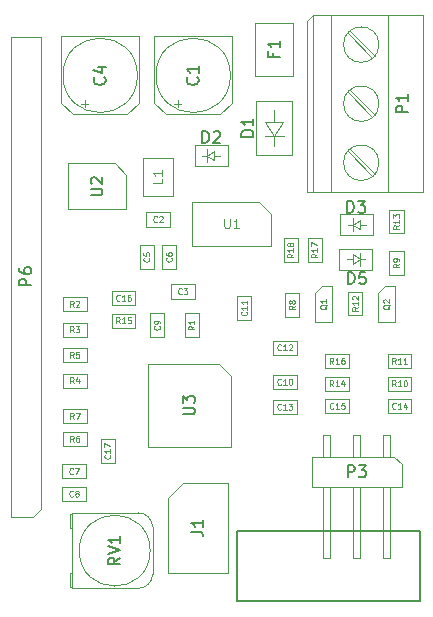
<source format=gbr>
G04 #@! TF.GenerationSoftware,KiCad,Pcbnew,6.0.7-f9a2dced07~116~ubuntu20.04.1*
G04 #@! TF.CreationDate,2023-01-10T10:48:59+01:00*
G04 #@! TF.ProjectId,Td5Gauge_SMD_ESP32,54643547-6175-4676-955f-534d445f4553,rev?*
G04 #@! TF.SameCoordinates,Original*
G04 #@! TF.FileFunction,AssemblyDrawing,Top*
%FSLAX46Y46*%
G04 Gerber Fmt 4.6, Leading zero omitted, Abs format (unit mm)*
G04 Created by KiCad (PCBNEW 6.0.7-f9a2dced07~116~ubuntu20.04.1) date 2023-01-10 10:48:59*
%MOMM*%
%LPD*%
G01*
G04 APERTURE LIST*
%ADD10C,0.150000*%
%ADD11C,0.080000*%
%ADD12C,0.075000*%
%ADD13C,0.120000*%
%ADD14C,0.100000*%
G04 APERTURE END LIST*
D10*
X74072380Y-96647238D02*
X73596190Y-96980571D01*
X74072380Y-97218666D02*
X73072380Y-97218666D01*
X73072380Y-96837714D01*
X73120000Y-96742476D01*
X73167619Y-96694857D01*
X73262857Y-96647238D01*
X73405714Y-96647238D01*
X73500952Y-96694857D01*
X73548571Y-96742476D01*
X73596190Y-96837714D01*
X73596190Y-97218666D01*
X73072380Y-96361523D02*
X74072380Y-96028190D01*
X73072380Y-95694857D01*
X74072380Y-94837714D02*
X74072380Y-95409142D01*
X74072380Y-95123428D02*
X73072380Y-95123428D01*
X73215238Y-95218666D01*
X73310476Y-95313904D01*
X73358095Y-95409142D01*
X66552380Y-73588095D02*
X65552380Y-73588095D01*
X65552380Y-73207142D01*
X65600000Y-73111904D01*
X65647619Y-73064285D01*
X65742857Y-73016666D01*
X65885714Y-73016666D01*
X65980952Y-73064285D01*
X66028571Y-73111904D01*
X66076190Y-73207142D01*
X66076190Y-73588095D01*
X65552380Y-72159523D02*
X65552380Y-72350000D01*
X65600000Y-72445238D01*
X65647619Y-72492857D01*
X65790476Y-72588095D01*
X65980952Y-72635714D01*
X66361904Y-72635714D01*
X66457142Y-72588095D01*
X66504761Y-72540476D01*
X66552380Y-72445238D01*
X66552380Y-72254761D01*
X66504761Y-72159523D01*
X66457142Y-72111904D01*
X66361904Y-72064285D01*
X66123809Y-72064285D01*
X66028571Y-72111904D01*
X65980952Y-72159523D01*
X65933333Y-72254761D01*
X65933333Y-72445238D01*
X65980952Y-72540476D01*
X66028571Y-72588095D01*
X66123809Y-72635714D01*
X80097380Y-94440333D02*
X80811666Y-94440333D01*
X80954523Y-94487952D01*
X81049761Y-94583190D01*
X81097380Y-94726047D01*
X81097380Y-94821285D01*
X81097380Y-93440333D02*
X81097380Y-94011761D01*
X81097380Y-93726047D02*
X80097380Y-93726047D01*
X80240238Y-93821285D01*
X80335476Y-93916523D01*
X80383095Y-94011761D01*
X80621142Y-55983166D02*
X80668761Y-56030785D01*
X80716380Y-56173642D01*
X80716380Y-56268880D01*
X80668761Y-56411738D01*
X80573523Y-56506976D01*
X80478285Y-56554595D01*
X80287809Y-56602214D01*
X80144952Y-56602214D01*
X79954476Y-56554595D01*
X79859238Y-56506976D01*
X79764000Y-56411738D01*
X79716380Y-56268880D01*
X79716380Y-56173642D01*
X79764000Y-56030785D01*
X79811619Y-55983166D01*
X80716380Y-55030785D02*
X80716380Y-55602214D01*
X80716380Y-55316500D02*
X79716380Y-55316500D01*
X79859238Y-55411738D01*
X79954476Y-55506976D01*
X80002095Y-55602214D01*
D11*
X77196166Y-68187071D02*
X77172357Y-68210880D01*
X77100928Y-68234690D01*
X77053309Y-68234690D01*
X76981880Y-68210880D01*
X76934261Y-68163261D01*
X76910452Y-68115642D01*
X76886642Y-68020404D01*
X76886642Y-67948976D01*
X76910452Y-67853738D01*
X76934261Y-67806119D01*
X76981880Y-67758500D01*
X77053309Y-67734690D01*
X77100928Y-67734690D01*
X77172357Y-67758500D01*
X77196166Y-67782309D01*
X77386642Y-67782309D02*
X77410452Y-67758500D01*
X77458071Y-67734690D01*
X77577119Y-67734690D01*
X77624738Y-67758500D01*
X77648547Y-67782309D01*
X77672357Y-67829928D01*
X77672357Y-67877547D01*
X77648547Y-67948976D01*
X77362833Y-68234690D01*
X77672357Y-68234690D01*
D10*
X72747142Y-55983166D02*
X72794761Y-56030785D01*
X72842380Y-56173642D01*
X72842380Y-56268880D01*
X72794761Y-56411738D01*
X72699523Y-56506976D01*
X72604285Y-56554595D01*
X72413809Y-56602214D01*
X72270952Y-56602214D01*
X72080476Y-56554595D01*
X71985238Y-56506976D01*
X71890000Y-56411738D01*
X71842380Y-56268880D01*
X71842380Y-56173642D01*
X71890000Y-56030785D01*
X71937619Y-55983166D01*
X72175714Y-55126023D02*
X72842380Y-55126023D01*
X71794761Y-55364119D02*
X72509047Y-55602214D01*
X72509047Y-54983166D01*
D11*
X78410571Y-71266833D02*
X78434380Y-71290642D01*
X78458190Y-71362071D01*
X78458190Y-71409690D01*
X78434380Y-71481119D01*
X78386761Y-71528738D01*
X78339142Y-71552547D01*
X78243904Y-71576357D01*
X78172476Y-71576357D01*
X78077238Y-71552547D01*
X78029619Y-71528738D01*
X77982000Y-71481119D01*
X77958190Y-71409690D01*
X77958190Y-71362071D01*
X77982000Y-71290642D01*
X78005809Y-71266833D01*
X77958190Y-70838261D02*
X77958190Y-70933500D01*
X77982000Y-70981119D01*
X78005809Y-71004928D01*
X78077238Y-71052547D01*
X78172476Y-71076357D01*
X78362952Y-71076357D01*
X78410571Y-71052547D01*
X78434380Y-71028738D01*
X78458190Y-70981119D01*
X78458190Y-70885880D01*
X78434380Y-70838261D01*
X78410571Y-70814452D01*
X78362952Y-70790642D01*
X78243904Y-70790642D01*
X78196285Y-70814452D01*
X78172476Y-70838261D01*
X78148666Y-70885880D01*
X78148666Y-70981119D01*
X78172476Y-71028738D01*
X78196285Y-71052547D01*
X78243904Y-71076357D01*
X70084166Y-89523071D02*
X70060357Y-89546880D01*
X69988928Y-89570690D01*
X69941309Y-89570690D01*
X69869880Y-89546880D01*
X69822261Y-89499261D01*
X69798452Y-89451642D01*
X69774642Y-89356404D01*
X69774642Y-89284976D01*
X69798452Y-89189738D01*
X69822261Y-89142119D01*
X69869880Y-89094500D01*
X69941309Y-89070690D01*
X69988928Y-89070690D01*
X70060357Y-89094500D01*
X70084166Y-89118309D01*
X70250833Y-89070690D02*
X70584166Y-89070690D01*
X70369880Y-89570690D01*
X77394571Y-77045333D02*
X77418380Y-77069142D01*
X77442190Y-77140571D01*
X77442190Y-77188190D01*
X77418380Y-77259619D01*
X77370761Y-77307238D01*
X77323142Y-77331047D01*
X77227904Y-77354857D01*
X77156476Y-77354857D01*
X77061238Y-77331047D01*
X77013619Y-77307238D01*
X76966000Y-77259619D01*
X76942190Y-77188190D01*
X76942190Y-77140571D01*
X76966000Y-77069142D01*
X76989809Y-77045333D01*
X77442190Y-76807238D02*
X77442190Y-76712000D01*
X77418380Y-76664380D01*
X77394571Y-76640571D01*
X77323142Y-76592952D01*
X77227904Y-76569142D01*
X77037428Y-76569142D01*
X76989809Y-76592952D01*
X76966000Y-76616761D01*
X76942190Y-76664380D01*
X76942190Y-76759619D01*
X76966000Y-76807238D01*
X76989809Y-76831047D01*
X77037428Y-76854857D01*
X77156476Y-76854857D01*
X77204095Y-76831047D01*
X77227904Y-76807238D01*
X77251714Y-76759619D01*
X77251714Y-76664380D01*
X77227904Y-76616761D01*
X77204095Y-76592952D01*
X77156476Y-76569142D01*
X87689571Y-81966571D02*
X87665761Y-81990380D01*
X87594333Y-82014190D01*
X87546714Y-82014190D01*
X87475285Y-81990380D01*
X87427666Y-81942761D01*
X87403857Y-81895142D01*
X87380047Y-81799904D01*
X87380047Y-81728476D01*
X87403857Y-81633238D01*
X87427666Y-81585619D01*
X87475285Y-81538000D01*
X87546714Y-81514190D01*
X87594333Y-81514190D01*
X87665761Y-81538000D01*
X87689571Y-81561809D01*
X88165761Y-82014190D02*
X87880047Y-82014190D01*
X88022904Y-82014190D02*
X88022904Y-81514190D01*
X87975285Y-81585619D01*
X87927666Y-81633238D01*
X87880047Y-81657047D01*
X88475285Y-81514190D02*
X88522904Y-81514190D01*
X88570523Y-81538000D01*
X88594333Y-81561809D01*
X88618142Y-81609428D01*
X88641952Y-81704666D01*
X88641952Y-81823714D01*
X88618142Y-81918952D01*
X88594333Y-81966571D01*
X88570523Y-81990380D01*
X88522904Y-82014190D01*
X88475285Y-82014190D01*
X88427666Y-81990380D01*
X88403857Y-81966571D01*
X88380047Y-81918952D01*
X88356238Y-81823714D01*
X88356238Y-81704666D01*
X88380047Y-81609428D01*
X88403857Y-81561809D01*
X88427666Y-81538000D01*
X88475285Y-81514190D01*
X84760571Y-75835628D02*
X84784380Y-75859438D01*
X84808190Y-75930866D01*
X84808190Y-75978485D01*
X84784380Y-76049914D01*
X84736761Y-76097533D01*
X84689142Y-76121342D01*
X84593904Y-76145152D01*
X84522476Y-76145152D01*
X84427238Y-76121342D01*
X84379619Y-76097533D01*
X84332000Y-76049914D01*
X84308190Y-75978485D01*
X84308190Y-75930866D01*
X84332000Y-75859438D01*
X84355809Y-75835628D01*
X84808190Y-75359438D02*
X84808190Y-75645152D01*
X84808190Y-75502295D02*
X84308190Y-75502295D01*
X84379619Y-75549914D01*
X84427238Y-75597533D01*
X84451047Y-75645152D01*
X84808190Y-74883247D02*
X84808190Y-75168961D01*
X84808190Y-75026104D02*
X84308190Y-75026104D01*
X84379619Y-75073723D01*
X84427238Y-75121342D01*
X84451047Y-75168961D01*
X87689571Y-79045571D02*
X87665761Y-79069380D01*
X87594333Y-79093190D01*
X87546714Y-79093190D01*
X87475285Y-79069380D01*
X87427666Y-79021761D01*
X87403857Y-78974142D01*
X87380047Y-78878904D01*
X87380047Y-78807476D01*
X87403857Y-78712238D01*
X87427666Y-78664619D01*
X87475285Y-78617000D01*
X87546714Y-78593190D01*
X87594333Y-78593190D01*
X87665761Y-78617000D01*
X87689571Y-78640809D01*
X88165761Y-79093190D02*
X87880047Y-79093190D01*
X88022904Y-79093190D02*
X88022904Y-78593190D01*
X87975285Y-78664619D01*
X87927666Y-78712238D01*
X87880047Y-78736047D01*
X88356238Y-78640809D02*
X88380047Y-78617000D01*
X88427666Y-78593190D01*
X88546714Y-78593190D01*
X88594333Y-78617000D01*
X88618142Y-78640809D01*
X88641952Y-78688428D01*
X88641952Y-78736047D01*
X88618142Y-78807476D01*
X88332428Y-79093190D01*
X88641952Y-79093190D01*
X87689571Y-84074771D02*
X87665761Y-84098580D01*
X87594333Y-84122390D01*
X87546714Y-84122390D01*
X87475285Y-84098580D01*
X87427666Y-84050961D01*
X87403857Y-84003342D01*
X87380047Y-83908104D01*
X87380047Y-83836676D01*
X87403857Y-83741438D01*
X87427666Y-83693819D01*
X87475285Y-83646200D01*
X87546714Y-83622390D01*
X87594333Y-83622390D01*
X87665761Y-83646200D01*
X87689571Y-83670009D01*
X88165761Y-84122390D02*
X87880047Y-84122390D01*
X88022904Y-84122390D02*
X88022904Y-83622390D01*
X87975285Y-83693819D01*
X87927666Y-83741438D01*
X87880047Y-83765247D01*
X88332428Y-83622390D02*
X88641952Y-83622390D01*
X88475285Y-83812866D01*
X88546714Y-83812866D01*
X88594333Y-83836676D01*
X88618142Y-83860485D01*
X88641952Y-83908104D01*
X88641952Y-84027152D01*
X88618142Y-84074771D01*
X88594333Y-84098580D01*
X88546714Y-84122390D01*
X88403857Y-84122390D01*
X88356238Y-84098580D01*
X88332428Y-84074771D01*
X97405071Y-83998571D02*
X97381261Y-84022380D01*
X97309833Y-84046190D01*
X97262214Y-84046190D01*
X97190785Y-84022380D01*
X97143166Y-83974761D01*
X97119357Y-83927142D01*
X97095547Y-83831904D01*
X97095547Y-83760476D01*
X97119357Y-83665238D01*
X97143166Y-83617619D01*
X97190785Y-83570000D01*
X97262214Y-83546190D01*
X97309833Y-83546190D01*
X97381261Y-83570000D01*
X97405071Y-83593809D01*
X97881261Y-84046190D02*
X97595547Y-84046190D01*
X97738404Y-84046190D02*
X97738404Y-83546190D01*
X97690785Y-83617619D01*
X97643166Y-83665238D01*
X97595547Y-83689047D01*
X98309833Y-83712857D02*
X98309833Y-84046190D01*
X98190785Y-83522380D02*
X98071738Y-83879523D01*
X98381261Y-83879523D01*
X92134571Y-83998571D02*
X92110761Y-84022380D01*
X92039333Y-84046190D01*
X91991714Y-84046190D01*
X91920285Y-84022380D01*
X91872666Y-83974761D01*
X91848857Y-83927142D01*
X91825047Y-83831904D01*
X91825047Y-83760476D01*
X91848857Y-83665238D01*
X91872666Y-83617619D01*
X91920285Y-83570000D01*
X91991714Y-83546190D01*
X92039333Y-83546190D01*
X92110761Y-83570000D01*
X92134571Y-83593809D01*
X92610761Y-84046190D02*
X92325047Y-84046190D01*
X92467904Y-84046190D02*
X92467904Y-83546190D01*
X92420285Y-83617619D01*
X92372666Y-83665238D01*
X92325047Y-83689047D01*
X93063142Y-83546190D02*
X92825047Y-83546190D01*
X92801238Y-83784285D01*
X92825047Y-83760476D01*
X92872666Y-83736666D01*
X92991714Y-83736666D01*
X93039333Y-83760476D01*
X93063142Y-83784285D01*
X93086952Y-83831904D01*
X93086952Y-83950952D01*
X93063142Y-83998571D01*
X93039333Y-84022380D01*
X92991714Y-84046190D01*
X92872666Y-84046190D01*
X92825047Y-84022380D01*
X92801238Y-83998571D01*
X74037071Y-74854571D02*
X74013261Y-74878380D01*
X73941833Y-74902190D01*
X73894214Y-74902190D01*
X73822785Y-74878380D01*
X73775166Y-74830761D01*
X73751357Y-74783142D01*
X73727547Y-74687904D01*
X73727547Y-74616476D01*
X73751357Y-74521238D01*
X73775166Y-74473619D01*
X73822785Y-74426000D01*
X73894214Y-74402190D01*
X73941833Y-74402190D01*
X74013261Y-74426000D01*
X74037071Y-74449809D01*
X74513261Y-74902190D02*
X74227547Y-74902190D01*
X74370404Y-74902190D02*
X74370404Y-74402190D01*
X74322785Y-74473619D01*
X74275166Y-74521238D01*
X74227547Y-74545047D01*
X74941833Y-74402190D02*
X74846595Y-74402190D01*
X74798976Y-74426000D01*
X74775166Y-74449809D01*
X74727547Y-74521238D01*
X74703738Y-74616476D01*
X74703738Y-74806952D01*
X74727547Y-74854571D01*
X74751357Y-74878380D01*
X74798976Y-74902190D01*
X74894214Y-74902190D01*
X74941833Y-74878380D01*
X74965642Y-74854571D01*
X74989452Y-74806952D01*
X74989452Y-74687904D01*
X74965642Y-74640285D01*
X74941833Y-74616476D01*
X74894214Y-74592666D01*
X74798976Y-74592666D01*
X74751357Y-74616476D01*
X74727547Y-74640285D01*
X74703738Y-74687904D01*
D10*
X85351880Y-60999595D02*
X84351880Y-60999595D01*
X84351880Y-60761500D01*
X84399500Y-60618642D01*
X84494738Y-60523404D01*
X84589976Y-60475785D01*
X84780452Y-60428166D01*
X84923309Y-60428166D01*
X85113785Y-60475785D01*
X85209023Y-60523404D01*
X85304261Y-60618642D01*
X85351880Y-60761500D01*
X85351880Y-60999595D01*
X85351880Y-59475785D02*
X85351880Y-60047214D01*
X85351880Y-59761500D02*
X84351880Y-59761500D01*
X84494738Y-59856738D01*
X84589976Y-59951976D01*
X84637595Y-60047214D01*
X81049904Y-61539380D02*
X81049904Y-60539380D01*
X81288000Y-60539380D01*
X81430857Y-60587000D01*
X81526095Y-60682238D01*
X81573714Y-60777476D01*
X81621333Y-60967952D01*
X81621333Y-61110809D01*
X81573714Y-61301285D01*
X81526095Y-61396523D01*
X81430857Y-61491761D01*
X81288000Y-61539380D01*
X81049904Y-61539380D01*
X82002285Y-60634619D02*
X82049904Y-60587000D01*
X82145142Y-60539380D01*
X82383238Y-60539380D01*
X82478476Y-60587000D01*
X82526095Y-60634619D01*
X82573714Y-60729857D01*
X82573714Y-60825095D01*
X82526095Y-60967952D01*
X81954666Y-61539380D01*
X82573714Y-61539380D01*
X93368904Y-73477380D02*
X93368904Y-72477380D01*
X93607000Y-72477380D01*
X93749857Y-72525000D01*
X93845095Y-72620238D01*
X93892714Y-72715476D01*
X93940333Y-72905952D01*
X93940333Y-73048809D01*
X93892714Y-73239285D01*
X93845095Y-73334523D01*
X93749857Y-73429761D01*
X93607000Y-73477380D01*
X93368904Y-73477380D01*
X94845095Y-72477380D02*
X94368904Y-72477380D01*
X94321285Y-72953571D01*
X94368904Y-72905952D01*
X94464142Y-72858333D01*
X94702238Y-72858333D01*
X94797476Y-72905952D01*
X94845095Y-72953571D01*
X94892714Y-73048809D01*
X94892714Y-73286904D01*
X94845095Y-73382142D01*
X94797476Y-73429761D01*
X94702238Y-73477380D01*
X94464142Y-73477380D01*
X94368904Y-73429761D01*
X94321285Y-73382142D01*
X87050571Y-53927333D02*
X87050571Y-54260666D01*
X87574380Y-54260666D02*
X86574380Y-54260666D01*
X86574380Y-53784476D01*
X87574380Y-52879714D02*
X87574380Y-53451142D01*
X87574380Y-53165428D02*
X86574380Y-53165428D01*
X86717238Y-53260666D01*
X86812476Y-53355904D01*
X86860095Y-53451142D01*
X98432880Y-58951095D02*
X97432880Y-58951095D01*
X97432880Y-58570142D01*
X97480500Y-58474904D01*
X97528119Y-58427285D01*
X97623357Y-58379666D01*
X97766214Y-58379666D01*
X97861452Y-58427285D01*
X97909071Y-58474904D01*
X97956690Y-58570142D01*
X97956690Y-58951095D01*
X98432880Y-57427285D02*
X98432880Y-57998714D01*
X98432880Y-57713000D02*
X97432880Y-57713000D01*
X97575738Y-57808238D01*
X97670976Y-57903476D01*
X97718595Y-57998714D01*
X93368904Y-89836380D02*
X93368904Y-88836380D01*
X93749857Y-88836380D01*
X93845095Y-88884000D01*
X93892714Y-88931619D01*
X93940333Y-89026857D01*
X93940333Y-89169714D01*
X93892714Y-89264952D01*
X93845095Y-89312571D01*
X93749857Y-89360190D01*
X93368904Y-89360190D01*
X94273666Y-88836380D02*
X94892714Y-88836380D01*
X94559380Y-89217333D01*
X94702238Y-89217333D01*
X94797476Y-89264952D01*
X94845095Y-89312571D01*
X94892714Y-89407809D01*
X94892714Y-89645904D01*
X94845095Y-89741142D01*
X94797476Y-89788761D01*
X94702238Y-89836380D01*
X94416523Y-89836380D01*
X94321285Y-89788761D01*
X94273666Y-89741142D01*
D12*
X91586809Y-75231619D02*
X91563000Y-75279238D01*
X91515380Y-75326857D01*
X91443952Y-75398285D01*
X91420142Y-75445904D01*
X91420142Y-75493523D01*
X91539190Y-75469714D02*
X91515380Y-75517333D01*
X91467761Y-75564952D01*
X91372523Y-75588761D01*
X91205857Y-75588761D01*
X91110619Y-75564952D01*
X91063000Y-75517333D01*
X91039190Y-75469714D01*
X91039190Y-75374476D01*
X91063000Y-75326857D01*
X91110619Y-75279238D01*
X91205857Y-75255428D01*
X91372523Y-75255428D01*
X91467761Y-75279238D01*
X91515380Y-75326857D01*
X91539190Y-75374476D01*
X91539190Y-75469714D01*
X91539190Y-74779238D02*
X91539190Y-75064952D01*
X91539190Y-74922095D02*
X91039190Y-74922095D01*
X91110619Y-74969714D01*
X91158238Y-75017333D01*
X91182047Y-75064952D01*
D11*
X70147666Y-77569190D02*
X69981000Y-77331095D01*
X69861952Y-77569190D02*
X69861952Y-77069190D01*
X70052428Y-77069190D01*
X70100047Y-77093000D01*
X70123857Y-77116809D01*
X70147666Y-77164428D01*
X70147666Y-77235857D01*
X70123857Y-77283476D01*
X70100047Y-77307285D01*
X70052428Y-77331095D01*
X69861952Y-77331095D01*
X70314333Y-77069190D02*
X70623857Y-77069190D01*
X70457190Y-77259666D01*
X70528619Y-77259666D01*
X70576238Y-77283476D01*
X70600047Y-77307285D01*
X70623857Y-77354904D01*
X70623857Y-77473952D01*
X70600047Y-77521571D01*
X70576238Y-77545380D01*
X70528619Y-77569190D01*
X70385761Y-77569190D01*
X70338142Y-77545380D01*
X70314333Y-77521571D01*
X70147666Y-79728190D02*
X69981000Y-79490095D01*
X69861952Y-79728190D02*
X69861952Y-79228190D01*
X70052428Y-79228190D01*
X70100047Y-79252000D01*
X70123857Y-79275809D01*
X70147666Y-79323428D01*
X70147666Y-79394857D01*
X70123857Y-79442476D01*
X70100047Y-79466285D01*
X70052428Y-79490095D01*
X69861952Y-79490095D01*
X70600047Y-79228190D02*
X70361952Y-79228190D01*
X70338142Y-79466285D01*
X70361952Y-79442476D01*
X70409571Y-79418666D01*
X70528619Y-79418666D01*
X70576238Y-79442476D01*
X70600047Y-79466285D01*
X70623857Y-79513904D01*
X70623857Y-79632952D01*
X70600047Y-79680571D01*
X70576238Y-79704380D01*
X70528619Y-79728190D01*
X70409571Y-79728190D01*
X70361952Y-79704380D01*
X70338142Y-79680571D01*
X70147666Y-84871690D02*
X69981000Y-84633595D01*
X69861952Y-84871690D02*
X69861952Y-84371690D01*
X70052428Y-84371690D01*
X70100047Y-84395500D01*
X70123857Y-84419309D01*
X70147666Y-84466928D01*
X70147666Y-84538357D01*
X70123857Y-84585976D01*
X70100047Y-84609785D01*
X70052428Y-84633595D01*
X69861952Y-84633595D01*
X70314333Y-84371690D02*
X70647666Y-84371690D01*
X70433380Y-84871690D01*
X88872190Y-75330833D02*
X88634095Y-75497500D01*
X88872190Y-75616547D02*
X88372190Y-75616547D01*
X88372190Y-75426071D01*
X88396000Y-75378452D01*
X88419809Y-75354642D01*
X88467428Y-75330833D01*
X88538857Y-75330833D01*
X88586476Y-75354642D01*
X88610285Y-75378452D01*
X88634095Y-75426071D01*
X88634095Y-75616547D01*
X88586476Y-75045119D02*
X88562666Y-75092738D01*
X88538857Y-75116547D01*
X88491238Y-75140357D01*
X88467428Y-75140357D01*
X88419809Y-75116547D01*
X88396000Y-75092738D01*
X88372190Y-75045119D01*
X88372190Y-74949880D01*
X88396000Y-74902261D01*
X88419809Y-74878452D01*
X88467428Y-74854642D01*
X88491238Y-74854642D01*
X88538857Y-74878452D01*
X88562666Y-74902261D01*
X88586476Y-74949880D01*
X88586476Y-75045119D01*
X88610285Y-75092738D01*
X88634095Y-75116547D01*
X88681714Y-75140357D01*
X88776952Y-75140357D01*
X88824571Y-75116547D01*
X88848380Y-75092738D01*
X88872190Y-75045119D01*
X88872190Y-74949880D01*
X88848380Y-74902261D01*
X88824571Y-74878452D01*
X88776952Y-74854642D01*
X88681714Y-74854642D01*
X88634095Y-74878452D01*
X88610285Y-74902261D01*
X88586476Y-74949880D01*
X97698690Y-71774833D02*
X97460595Y-71941500D01*
X97698690Y-72060547D02*
X97198690Y-72060547D01*
X97198690Y-71870071D01*
X97222500Y-71822452D01*
X97246309Y-71798642D01*
X97293928Y-71774833D01*
X97365357Y-71774833D01*
X97412976Y-71798642D01*
X97436785Y-71822452D01*
X97460595Y-71870071D01*
X97460595Y-72060547D01*
X97698690Y-71536738D02*
X97698690Y-71441500D01*
X97674880Y-71393880D01*
X97651071Y-71370071D01*
X97579642Y-71322452D01*
X97484404Y-71298642D01*
X97293928Y-71298642D01*
X97246309Y-71322452D01*
X97222500Y-71346261D01*
X97198690Y-71393880D01*
X97198690Y-71489119D01*
X97222500Y-71536738D01*
X97246309Y-71560547D01*
X97293928Y-71584357D01*
X97412976Y-71584357D01*
X97460595Y-71560547D01*
X97484404Y-71536738D01*
X97508214Y-71489119D01*
X97508214Y-71393880D01*
X97484404Y-71346261D01*
X97460595Y-71322452D01*
X97412976Y-71298642D01*
X97405071Y-82141190D02*
X97238404Y-81903095D01*
X97119357Y-82141190D02*
X97119357Y-81641190D01*
X97309833Y-81641190D01*
X97357452Y-81665000D01*
X97381261Y-81688809D01*
X97405071Y-81736428D01*
X97405071Y-81807857D01*
X97381261Y-81855476D01*
X97357452Y-81879285D01*
X97309833Y-81903095D01*
X97119357Y-81903095D01*
X97881261Y-82141190D02*
X97595547Y-82141190D01*
X97738404Y-82141190D02*
X97738404Y-81641190D01*
X97690785Y-81712619D01*
X97643166Y-81760238D01*
X97595547Y-81784047D01*
X98190785Y-81641190D02*
X98238404Y-81641190D01*
X98286023Y-81665000D01*
X98309833Y-81688809D01*
X98333642Y-81736428D01*
X98357452Y-81831666D01*
X98357452Y-81950714D01*
X98333642Y-82045952D01*
X98309833Y-82093571D01*
X98286023Y-82117380D01*
X98238404Y-82141190D01*
X98190785Y-82141190D01*
X98143166Y-82117380D01*
X98119357Y-82093571D01*
X98095547Y-82045952D01*
X98071738Y-81950714D01*
X98071738Y-81831666D01*
X98095547Y-81736428D01*
X98119357Y-81688809D01*
X98143166Y-81665000D01*
X98190785Y-81641190D01*
X97405071Y-80236190D02*
X97238404Y-79998095D01*
X97119357Y-80236190D02*
X97119357Y-79736190D01*
X97309833Y-79736190D01*
X97357452Y-79760000D01*
X97381261Y-79783809D01*
X97405071Y-79831428D01*
X97405071Y-79902857D01*
X97381261Y-79950476D01*
X97357452Y-79974285D01*
X97309833Y-79998095D01*
X97119357Y-79998095D01*
X97881261Y-80236190D02*
X97595547Y-80236190D01*
X97738404Y-80236190D02*
X97738404Y-79736190D01*
X97690785Y-79807619D01*
X97643166Y-79855238D01*
X97595547Y-79879047D01*
X98357452Y-80236190D02*
X98071738Y-80236190D01*
X98214595Y-80236190D02*
X98214595Y-79736190D01*
X98166976Y-79807619D01*
X98119357Y-79855238D01*
X98071738Y-79879047D01*
X94206190Y-75441928D02*
X93968095Y-75608595D01*
X94206190Y-75727642D02*
X93706190Y-75727642D01*
X93706190Y-75537166D01*
X93730000Y-75489547D01*
X93753809Y-75465738D01*
X93801428Y-75441928D01*
X93872857Y-75441928D01*
X93920476Y-75465738D01*
X93944285Y-75489547D01*
X93968095Y-75537166D01*
X93968095Y-75727642D01*
X94206190Y-74965738D02*
X94206190Y-75251452D01*
X94206190Y-75108595D02*
X93706190Y-75108595D01*
X93777619Y-75156214D01*
X93825238Y-75203833D01*
X93849047Y-75251452D01*
X93753809Y-74775261D02*
X93730000Y-74751452D01*
X93706190Y-74703833D01*
X93706190Y-74584785D01*
X93730000Y-74537166D01*
X93753809Y-74513357D01*
X93801428Y-74489547D01*
X93849047Y-74489547D01*
X93920476Y-74513357D01*
X94206190Y-74799071D01*
X94206190Y-74489547D01*
X92134571Y-82141190D02*
X91967904Y-81903095D01*
X91848857Y-82141190D02*
X91848857Y-81641190D01*
X92039333Y-81641190D01*
X92086952Y-81665000D01*
X92110761Y-81688809D01*
X92134571Y-81736428D01*
X92134571Y-81807857D01*
X92110761Y-81855476D01*
X92086952Y-81879285D01*
X92039333Y-81903095D01*
X91848857Y-81903095D01*
X92610761Y-82141190D02*
X92325047Y-82141190D01*
X92467904Y-82141190D02*
X92467904Y-81641190D01*
X92420285Y-81712619D01*
X92372666Y-81760238D01*
X92325047Y-81784047D01*
X93039333Y-81807857D02*
X93039333Y-82141190D01*
X92920285Y-81617380D02*
X92801238Y-81974523D01*
X93110761Y-81974523D01*
X74037071Y-76807190D02*
X73870404Y-76569095D01*
X73751357Y-76807190D02*
X73751357Y-76307190D01*
X73941833Y-76307190D01*
X73989452Y-76331000D01*
X74013261Y-76354809D01*
X74037071Y-76402428D01*
X74037071Y-76473857D01*
X74013261Y-76521476D01*
X73989452Y-76545285D01*
X73941833Y-76569095D01*
X73751357Y-76569095D01*
X74513261Y-76807190D02*
X74227547Y-76807190D01*
X74370404Y-76807190D02*
X74370404Y-76307190D01*
X74322785Y-76378619D01*
X74275166Y-76426238D01*
X74227547Y-76450047D01*
X74965642Y-76307190D02*
X74727547Y-76307190D01*
X74703738Y-76545285D01*
X74727547Y-76521476D01*
X74775166Y-76497666D01*
X74894214Y-76497666D01*
X74941833Y-76521476D01*
X74965642Y-76545285D01*
X74989452Y-76592904D01*
X74989452Y-76711952D01*
X74965642Y-76759571D01*
X74941833Y-76783380D01*
X74894214Y-76807190D01*
X74775166Y-76807190D01*
X74727547Y-76783380D01*
X74703738Y-76759571D01*
X92134571Y-80236190D02*
X91967904Y-79998095D01*
X91848857Y-80236190D02*
X91848857Y-79736190D01*
X92039333Y-79736190D01*
X92086952Y-79760000D01*
X92110761Y-79783809D01*
X92134571Y-79831428D01*
X92134571Y-79902857D01*
X92110761Y-79950476D01*
X92086952Y-79974285D01*
X92039333Y-79998095D01*
X91848857Y-79998095D01*
X92610761Y-80236190D02*
X92325047Y-80236190D01*
X92467904Y-80236190D02*
X92467904Y-79736190D01*
X92420285Y-79807619D01*
X92372666Y-79855238D01*
X92325047Y-79879047D01*
X93039333Y-79736190D02*
X92944095Y-79736190D01*
X92896476Y-79760000D01*
X92872666Y-79783809D01*
X92825047Y-79855238D01*
X92801238Y-79950476D01*
X92801238Y-80140952D01*
X92825047Y-80188571D01*
X92848857Y-80212380D01*
X92896476Y-80236190D01*
X92991714Y-80236190D01*
X93039333Y-80212380D01*
X93063142Y-80188571D01*
X93086952Y-80140952D01*
X93086952Y-80021904D01*
X93063142Y-79974285D01*
X93039333Y-79950476D01*
X92991714Y-79926666D01*
X92896476Y-79926666D01*
X92848857Y-79950476D01*
X92825047Y-79974285D01*
X92801238Y-80021904D01*
X90777190Y-70933428D02*
X90539095Y-71100095D01*
X90777190Y-71219142D02*
X90277190Y-71219142D01*
X90277190Y-71028666D01*
X90301000Y-70981047D01*
X90324809Y-70957238D01*
X90372428Y-70933428D01*
X90443857Y-70933428D01*
X90491476Y-70957238D01*
X90515285Y-70981047D01*
X90539095Y-71028666D01*
X90539095Y-71219142D01*
X90777190Y-70457238D02*
X90777190Y-70742952D01*
X90777190Y-70600095D02*
X90277190Y-70600095D01*
X90348619Y-70647714D01*
X90396238Y-70695333D01*
X90420047Y-70742952D01*
X90277190Y-70290571D02*
X90277190Y-69957238D01*
X90777190Y-70171523D01*
X88745190Y-70933428D02*
X88507095Y-71100095D01*
X88745190Y-71219142D02*
X88245190Y-71219142D01*
X88245190Y-71028666D01*
X88269000Y-70981047D01*
X88292809Y-70957238D01*
X88340428Y-70933428D01*
X88411857Y-70933428D01*
X88459476Y-70957238D01*
X88483285Y-70981047D01*
X88507095Y-71028666D01*
X88507095Y-71219142D01*
X88745190Y-70457238D02*
X88745190Y-70742952D01*
X88745190Y-70600095D02*
X88245190Y-70600095D01*
X88316619Y-70647714D01*
X88364238Y-70695333D01*
X88388047Y-70742952D01*
X88459476Y-70171523D02*
X88435666Y-70219142D01*
X88411857Y-70242952D01*
X88364238Y-70266761D01*
X88340428Y-70266761D01*
X88292809Y-70242952D01*
X88269000Y-70219142D01*
X88245190Y-70171523D01*
X88245190Y-70076285D01*
X88269000Y-70028666D01*
X88292809Y-70004857D01*
X88340428Y-69981047D01*
X88364238Y-69981047D01*
X88411857Y-70004857D01*
X88435666Y-70028666D01*
X88459476Y-70076285D01*
X88459476Y-70171523D01*
X88483285Y-70219142D01*
X88507095Y-70242952D01*
X88554714Y-70266761D01*
X88649952Y-70266761D01*
X88697571Y-70242952D01*
X88721380Y-70219142D01*
X88745190Y-70171523D01*
X88745190Y-70076285D01*
X88721380Y-70028666D01*
X88697571Y-70004857D01*
X88649952Y-69981047D01*
X88554714Y-69981047D01*
X88507095Y-70004857D01*
X88483285Y-70028666D01*
X88459476Y-70076285D01*
D13*
X82892976Y-67951404D02*
X82892976Y-68599023D01*
X82931071Y-68675214D01*
X82969166Y-68713309D01*
X83045357Y-68751404D01*
X83197738Y-68751404D01*
X83273928Y-68713309D01*
X83312023Y-68675214D01*
X83350119Y-68599023D01*
X83350119Y-67951404D01*
X84150119Y-68751404D02*
X83692976Y-68751404D01*
X83921547Y-68751404D02*
X83921547Y-67951404D01*
X83845357Y-68065690D01*
X83769166Y-68141880D01*
X83692976Y-68179976D01*
D10*
X71599333Y-65961166D02*
X72392666Y-65961166D01*
X72486000Y-65914500D01*
X72532666Y-65867833D01*
X72579333Y-65774500D01*
X72579333Y-65587833D01*
X72532666Y-65494500D01*
X72486000Y-65447833D01*
X72392666Y-65401166D01*
X71599333Y-65401166D01*
X71692666Y-64981166D02*
X71646000Y-64934500D01*
X71599333Y-64841166D01*
X71599333Y-64607833D01*
X71646000Y-64514500D01*
X71692666Y-64467833D01*
X71786000Y-64421166D01*
X71879333Y-64421166D01*
X72019333Y-64467833D01*
X72579333Y-65027833D01*
X72579333Y-64421166D01*
X79398880Y-84518404D02*
X80208404Y-84518404D01*
X80303642Y-84470785D01*
X80351261Y-84423166D01*
X80398880Y-84327928D01*
X80398880Y-84137452D01*
X80351261Y-84042214D01*
X80303642Y-83994595D01*
X80208404Y-83946976D01*
X79398880Y-83946976D01*
X79398880Y-83566023D02*
X79398880Y-82946976D01*
X79779833Y-83280309D01*
X79779833Y-83137452D01*
X79827452Y-83042214D01*
X79875071Y-82994595D01*
X79970309Y-82946976D01*
X80208404Y-82946976D01*
X80303642Y-82994595D01*
X80351261Y-83042214D01*
X80398880Y-83137452D01*
X80398880Y-83423166D01*
X80351261Y-83518404D01*
X80303642Y-83566023D01*
D12*
X96920809Y-75231619D02*
X96897000Y-75279238D01*
X96849380Y-75326857D01*
X96777952Y-75398285D01*
X96754142Y-75445904D01*
X96754142Y-75493523D01*
X96873190Y-75469714D02*
X96849380Y-75517333D01*
X96801761Y-75564952D01*
X96706523Y-75588761D01*
X96539857Y-75588761D01*
X96444619Y-75564952D01*
X96397000Y-75517333D01*
X96373190Y-75469714D01*
X96373190Y-75374476D01*
X96397000Y-75326857D01*
X96444619Y-75279238D01*
X96539857Y-75255428D01*
X96706523Y-75255428D01*
X96801761Y-75279238D01*
X96849380Y-75326857D01*
X96873190Y-75374476D01*
X96873190Y-75469714D01*
X96420809Y-75064952D02*
X96397000Y-75041142D01*
X96373190Y-74993523D01*
X96373190Y-74874476D01*
X96397000Y-74826857D01*
X96420809Y-74803047D01*
X96468428Y-74779238D01*
X96516047Y-74779238D01*
X96587476Y-74803047D01*
X96873190Y-75088761D01*
X96873190Y-74779238D01*
D13*
X77641404Y-64547733D02*
X77641404Y-64928685D01*
X76841404Y-64928685D01*
X77641404Y-63862019D02*
X77641404Y-64319161D01*
X77641404Y-64090590D02*
X76841404Y-64090590D01*
X76955690Y-64166780D01*
X77031880Y-64242971D01*
X77069976Y-64319161D01*
D11*
X76505571Y-71266833D02*
X76529380Y-71290642D01*
X76553190Y-71362071D01*
X76553190Y-71409690D01*
X76529380Y-71481119D01*
X76481761Y-71528738D01*
X76434142Y-71552547D01*
X76338904Y-71576357D01*
X76267476Y-71576357D01*
X76172238Y-71552547D01*
X76124619Y-71528738D01*
X76077000Y-71481119D01*
X76053190Y-71409690D01*
X76053190Y-71362071D01*
X76077000Y-71290642D01*
X76100809Y-71266833D01*
X76053190Y-70814452D02*
X76053190Y-71052547D01*
X76291285Y-71076357D01*
X76267476Y-71052547D01*
X76243666Y-71004928D01*
X76243666Y-70885880D01*
X76267476Y-70838261D01*
X76291285Y-70814452D01*
X76338904Y-70790642D01*
X76457952Y-70790642D01*
X76505571Y-70814452D01*
X76529380Y-70838261D01*
X76553190Y-70885880D01*
X76553190Y-71004928D01*
X76529380Y-71052547D01*
X76505571Y-71076357D01*
X73203571Y-87951428D02*
X73227380Y-87975238D01*
X73251190Y-88046666D01*
X73251190Y-88094285D01*
X73227380Y-88165714D01*
X73179761Y-88213333D01*
X73132142Y-88237142D01*
X73036904Y-88260952D01*
X72965476Y-88260952D01*
X72870238Y-88237142D01*
X72822619Y-88213333D01*
X72775000Y-88165714D01*
X72751190Y-88094285D01*
X72751190Y-88046666D01*
X72775000Y-87975238D01*
X72798809Y-87951428D01*
X73251190Y-87475238D02*
X73251190Y-87760952D01*
X73251190Y-87618095D02*
X72751190Y-87618095D01*
X72822619Y-87665714D01*
X72870238Y-87713333D01*
X72894047Y-87760952D01*
X72751190Y-87308571D02*
X72751190Y-86975238D01*
X73251190Y-87189523D01*
D10*
X93305404Y-67444880D02*
X93305404Y-66444880D01*
X93543500Y-66444880D01*
X93686357Y-66492500D01*
X93781595Y-66587738D01*
X93829214Y-66682976D01*
X93876833Y-66873452D01*
X93876833Y-67016309D01*
X93829214Y-67206785D01*
X93781595Y-67302023D01*
X93686357Y-67397261D01*
X93543500Y-67444880D01*
X93305404Y-67444880D01*
X94210166Y-66444880D02*
X94829214Y-66444880D01*
X94495880Y-66825833D01*
X94638738Y-66825833D01*
X94733976Y-66873452D01*
X94781595Y-66921071D01*
X94829214Y-67016309D01*
X94829214Y-67254404D01*
X94781595Y-67349642D01*
X94733976Y-67397261D01*
X94638738Y-67444880D01*
X94353023Y-67444880D01*
X94257785Y-67397261D01*
X94210166Y-67349642D01*
D11*
X70147666Y-81887190D02*
X69981000Y-81649095D01*
X69861952Y-81887190D02*
X69861952Y-81387190D01*
X70052428Y-81387190D01*
X70100047Y-81411000D01*
X70123857Y-81434809D01*
X70147666Y-81482428D01*
X70147666Y-81553857D01*
X70123857Y-81601476D01*
X70100047Y-81625285D01*
X70052428Y-81649095D01*
X69861952Y-81649095D01*
X70576238Y-81553857D02*
X70576238Y-81887190D01*
X70457190Y-81363380D02*
X70338142Y-81720523D01*
X70647666Y-81720523D01*
X70147666Y-86840190D02*
X69981000Y-86602095D01*
X69861952Y-86840190D02*
X69861952Y-86340190D01*
X70052428Y-86340190D01*
X70100047Y-86364000D01*
X70123857Y-86387809D01*
X70147666Y-86435428D01*
X70147666Y-86506857D01*
X70123857Y-86554476D01*
X70100047Y-86578285D01*
X70052428Y-86602095D01*
X69861952Y-86602095D01*
X70576238Y-86340190D02*
X70481000Y-86340190D01*
X70433380Y-86364000D01*
X70409571Y-86387809D01*
X70361952Y-86459238D01*
X70338142Y-86554476D01*
X70338142Y-86744952D01*
X70361952Y-86792571D01*
X70385761Y-86816380D01*
X70433380Y-86840190D01*
X70528619Y-86840190D01*
X70576238Y-86816380D01*
X70600047Y-86792571D01*
X70623857Y-86744952D01*
X70623857Y-86625904D01*
X70600047Y-86578285D01*
X70576238Y-86554476D01*
X70528619Y-86530666D01*
X70433380Y-86530666D01*
X70385761Y-86554476D01*
X70361952Y-86578285D01*
X70338142Y-86625904D01*
X79291666Y-74283071D02*
X79267857Y-74306880D01*
X79196428Y-74330690D01*
X79148809Y-74330690D01*
X79077380Y-74306880D01*
X79029761Y-74259261D01*
X79005952Y-74211642D01*
X78982142Y-74116404D01*
X78982142Y-74044976D01*
X79005952Y-73949738D01*
X79029761Y-73902119D01*
X79077380Y-73854500D01*
X79148809Y-73830690D01*
X79196428Y-73830690D01*
X79267857Y-73854500D01*
X79291666Y-73878309D01*
X79458333Y-73830690D02*
X79767857Y-73830690D01*
X79601190Y-74021166D01*
X79672619Y-74021166D01*
X79720238Y-74044976D01*
X79744047Y-74068785D01*
X79767857Y-74116404D01*
X79767857Y-74235452D01*
X79744047Y-74283071D01*
X79720238Y-74306880D01*
X79672619Y-74330690D01*
X79529761Y-74330690D01*
X79482142Y-74306880D01*
X79458333Y-74283071D01*
X80363190Y-77045333D02*
X80125095Y-77212000D01*
X80363190Y-77331047D02*
X79863190Y-77331047D01*
X79863190Y-77140571D01*
X79887000Y-77092952D01*
X79910809Y-77069142D01*
X79958428Y-77045333D01*
X80029857Y-77045333D01*
X80077476Y-77069142D01*
X80101285Y-77092952D01*
X80125095Y-77140571D01*
X80125095Y-77331047D01*
X80363190Y-76569142D02*
X80363190Y-76854857D01*
X80363190Y-76712000D02*
X79863190Y-76712000D01*
X79934619Y-76759619D01*
X79982238Y-76807238D01*
X80006047Y-76854857D01*
X70084166Y-91428071D02*
X70060357Y-91451880D01*
X69988928Y-91475690D01*
X69941309Y-91475690D01*
X69869880Y-91451880D01*
X69822261Y-91404261D01*
X69798452Y-91356642D01*
X69774642Y-91261404D01*
X69774642Y-91189976D01*
X69798452Y-91094738D01*
X69822261Y-91047119D01*
X69869880Y-90999500D01*
X69941309Y-90975690D01*
X69988928Y-90975690D01*
X70060357Y-90999500D01*
X70084166Y-91023309D01*
X70369880Y-91189976D02*
X70322261Y-91166166D01*
X70298452Y-91142357D01*
X70274642Y-91094738D01*
X70274642Y-91070928D01*
X70298452Y-91023309D01*
X70322261Y-90999500D01*
X70369880Y-90975690D01*
X70465119Y-90975690D01*
X70512738Y-90999500D01*
X70536547Y-91023309D01*
X70560357Y-91070928D01*
X70560357Y-91094738D01*
X70536547Y-91142357D01*
X70512738Y-91166166D01*
X70465119Y-91189976D01*
X70369880Y-91189976D01*
X70322261Y-91213785D01*
X70298452Y-91237595D01*
X70274642Y-91285214D01*
X70274642Y-91380452D01*
X70298452Y-91428071D01*
X70322261Y-91451880D01*
X70369880Y-91475690D01*
X70465119Y-91475690D01*
X70512738Y-91451880D01*
X70536547Y-91428071D01*
X70560357Y-91380452D01*
X70560357Y-91285214D01*
X70536547Y-91237595D01*
X70512738Y-91213785D01*
X70465119Y-91189976D01*
X70147666Y-75410190D02*
X69981000Y-75172095D01*
X69861952Y-75410190D02*
X69861952Y-74910190D01*
X70052428Y-74910190D01*
X70100047Y-74934000D01*
X70123857Y-74957809D01*
X70147666Y-75005428D01*
X70147666Y-75076857D01*
X70123857Y-75124476D01*
X70100047Y-75148285D01*
X70052428Y-75172095D01*
X69861952Y-75172095D01*
X70338142Y-74957809D02*
X70361952Y-74934000D01*
X70409571Y-74910190D01*
X70528619Y-74910190D01*
X70576238Y-74934000D01*
X70600047Y-74957809D01*
X70623857Y-75005428D01*
X70623857Y-75053047D01*
X70600047Y-75124476D01*
X70314333Y-75410190D01*
X70623857Y-75410190D01*
X97698690Y-68520428D02*
X97460595Y-68687095D01*
X97698690Y-68806142D02*
X97198690Y-68806142D01*
X97198690Y-68615666D01*
X97222500Y-68568047D01*
X97246309Y-68544238D01*
X97293928Y-68520428D01*
X97365357Y-68520428D01*
X97412976Y-68544238D01*
X97436785Y-68568047D01*
X97460595Y-68615666D01*
X97460595Y-68806142D01*
X97698690Y-68044238D02*
X97698690Y-68329952D01*
X97698690Y-68187095D02*
X97198690Y-68187095D01*
X97270119Y-68234714D01*
X97317738Y-68282333D01*
X97341547Y-68329952D01*
X97198690Y-67877571D02*
X97198690Y-67568047D01*
X97389166Y-67734714D01*
X97389166Y-67663285D01*
X97412976Y-67615666D01*
X97436785Y-67591857D01*
X97484404Y-67568047D01*
X97603452Y-67568047D01*
X97651071Y-67591857D01*
X97674880Y-67615666D01*
X97698690Y-67663285D01*
X97698690Y-67806142D01*
X97674880Y-67853761D01*
X97651071Y-67877571D01*
D14*
X69820000Y-94152000D02*
X70020000Y-94152000D01*
X70020000Y-99152000D02*
X69820000Y-99152000D01*
X70020000Y-92952000D02*
X69820000Y-92952000D01*
X76820000Y-98052000D02*
X76820000Y-94052000D01*
X75620000Y-92852000D02*
X70020000Y-92852000D01*
X69820000Y-92952000D02*
X69820000Y-94142000D01*
X69820000Y-97952000D02*
X70020000Y-97952000D01*
X70020000Y-92852000D02*
X70020000Y-99252000D01*
X69820000Y-99152000D02*
X69820000Y-97952000D01*
X75620000Y-99252000D02*
X70020000Y-99252000D01*
X75620000Y-99252000D02*
G75*
G03*
X76820000Y-98052000I0J1200000D01*
G01*
X76820000Y-94052000D02*
G75*
G03*
X75620000Y-92852000I-1200000J0D01*
G01*
X76620000Y-96052000D02*
G75*
G03*
X76620000Y-96052000I-3000000J0D01*
G01*
X64830000Y-52530000D02*
X67370000Y-52530000D01*
X67370000Y-92535000D02*
X66735000Y-93170000D01*
X64830000Y-93170000D02*
X64830000Y-52530000D01*
X66735000Y-93170000D02*
X64830000Y-93170000D01*
X67370000Y-52530000D02*
X67370000Y-92535000D01*
X79375000Y-90297000D02*
X83185000Y-90297000D01*
X83185000Y-90297000D02*
X83185000Y-97917000D01*
X78105000Y-97917000D02*
X78105000Y-91567000D01*
X83185000Y-97917000D02*
X78105000Y-97917000D01*
X78105000Y-91567000D02*
X79375000Y-90297000D01*
X77964000Y-59116500D02*
X82564000Y-59116500D01*
X83564000Y-58116500D02*
X83564000Y-52516500D01*
X76964000Y-58116500D02*
X76964000Y-52516500D01*
X78619000Y-58206338D02*
X79249000Y-58206338D01*
X77964000Y-59116500D02*
X76964000Y-58116500D01*
X76964000Y-52516500D02*
X83564000Y-52516500D01*
X82564000Y-59116500D02*
X83564000Y-58116500D01*
X78934000Y-58521338D02*
X78934000Y-57891338D01*
X83414000Y-55816500D02*
G75*
G03*
X83414000Y-55816500I-3150000J0D01*
G01*
X76279500Y-67383500D02*
X78279500Y-67383500D01*
X78279500Y-67383500D02*
X78279500Y-68633500D01*
X78279500Y-68633500D02*
X76279500Y-68633500D01*
X76279500Y-68633500D02*
X76279500Y-67383500D01*
X69090000Y-52516500D02*
X75690000Y-52516500D01*
X70090000Y-59116500D02*
X69090000Y-58116500D01*
X75690000Y-58116500D02*
X75690000Y-52516500D01*
X74690000Y-59116500D02*
X75690000Y-58116500D01*
X71060000Y-58521338D02*
X71060000Y-57891338D01*
X70745000Y-58206338D02*
X71375000Y-58206338D01*
X70090000Y-59116500D02*
X74690000Y-59116500D01*
X69090000Y-58116500D02*
X69090000Y-52516500D01*
X75540000Y-55816500D02*
G75*
G03*
X75540000Y-55816500I-3150000J0D01*
G01*
X77632000Y-70183500D02*
X78832000Y-70183500D01*
X77632000Y-72183500D02*
X77632000Y-70183500D01*
X78832000Y-70183500D02*
X78832000Y-72183500D01*
X78832000Y-72183500D02*
X77632000Y-72183500D01*
X71167500Y-88744500D02*
X71167500Y-89944500D01*
X69167500Y-88744500D02*
X71167500Y-88744500D01*
X69167500Y-89944500D02*
X69167500Y-88744500D01*
X71167500Y-89944500D02*
X69167500Y-89944500D01*
X77816000Y-75962000D02*
X77816000Y-77962000D01*
X77816000Y-77962000D02*
X76616000Y-77962000D01*
X76616000Y-75962000D02*
X77816000Y-75962000D01*
X76616000Y-77962000D02*
X76616000Y-75962000D01*
X89011000Y-81188000D02*
X89011000Y-82388000D01*
X87011000Y-82388000D02*
X87011000Y-81188000D01*
X87011000Y-81188000D02*
X89011000Y-81188000D01*
X89011000Y-82388000D02*
X87011000Y-82388000D01*
X83982000Y-76514200D02*
X83982000Y-74514200D01*
X83982000Y-74514200D02*
X85182000Y-74514200D01*
X85182000Y-76514200D02*
X83982000Y-76514200D01*
X85182000Y-74514200D02*
X85182000Y-76514200D01*
X87011000Y-78267000D02*
X89011000Y-78267000D01*
X87011000Y-79467000D02*
X87011000Y-78267000D01*
X89011000Y-78267000D02*
X89011000Y-79467000D01*
X89011000Y-79467000D02*
X87011000Y-79467000D01*
X87011000Y-84496200D02*
X87011000Y-83296200D01*
X89011000Y-83296200D02*
X89011000Y-84496200D01*
X89011000Y-84496200D02*
X87011000Y-84496200D01*
X87011000Y-83296200D02*
X89011000Y-83296200D01*
X98726500Y-83220000D02*
X98726500Y-84420000D01*
X96726500Y-84420000D02*
X96726500Y-83220000D01*
X96726500Y-83220000D02*
X98726500Y-83220000D01*
X98726500Y-84420000D02*
X96726500Y-84420000D01*
X91456000Y-84420000D02*
X91456000Y-83220000D01*
X91456000Y-83220000D02*
X93456000Y-83220000D01*
X93456000Y-84420000D02*
X91456000Y-84420000D01*
X93456000Y-83220000D02*
X93456000Y-84420000D01*
X73358500Y-75276000D02*
X73358500Y-74076000D01*
X73358500Y-74076000D02*
X75358500Y-74076000D01*
X75358500Y-75276000D02*
X73358500Y-75276000D01*
X75358500Y-74076000D02*
X75358500Y-75276000D01*
X87123020Y-60910940D02*
X87123020Y-61812640D01*
X87123020Y-60910940D02*
X86322920Y-59760320D01*
X85622000Y-57961500D02*
X85622000Y-62561500D01*
X87123020Y-60910940D02*
X87872320Y-59760320D01*
X88622000Y-62561500D02*
X85622000Y-62561500D01*
X86322920Y-60910940D02*
X87923120Y-60910940D01*
X85622000Y-57961500D02*
X88622000Y-57961500D01*
X88622000Y-57961500D02*
X88622000Y-62561500D01*
X87123020Y-59760320D02*
X87123020Y-58762100D01*
X87872320Y-59760320D02*
X86322920Y-59760320D01*
X80388000Y-61711000D02*
X83188000Y-61711000D01*
X82038000Y-63011000D02*
X81438000Y-62611000D01*
X82038000Y-62211000D02*
X82038000Y-63011000D01*
X81038000Y-62611000D02*
X81438000Y-62611000D01*
X81438000Y-62611000D02*
X81438000Y-62061000D01*
X81438000Y-62611000D02*
X81438000Y-63161000D01*
X82038000Y-62611000D02*
X82538000Y-62611000D01*
X83188000Y-63511000D02*
X80388000Y-63511000D01*
X83188000Y-61711000D02*
X83188000Y-63511000D01*
X81438000Y-62611000D02*
X82038000Y-62211000D01*
X80388000Y-63511000D02*
X80388000Y-61711000D01*
X95443500Y-70474000D02*
X95443500Y-72274000D01*
X92643500Y-70474000D02*
X95443500Y-70474000D01*
X93793500Y-71374000D02*
X93293500Y-71374000D01*
X94793500Y-71374000D02*
X94393500Y-71374000D01*
X92643500Y-72274000D02*
X92643500Y-70474000D01*
X93793500Y-70974000D02*
X94393500Y-71374000D01*
X94393500Y-71374000D02*
X93793500Y-71774000D01*
X94393500Y-71374000D02*
X94393500Y-70824000D01*
X95443500Y-72274000D02*
X92643500Y-72274000D01*
X94393500Y-71374000D02*
X94393500Y-71924000D01*
X93793500Y-71774000D02*
X93793500Y-70974000D01*
X85522000Y-55844000D02*
X85522000Y-51344000D01*
X85522000Y-51344000D02*
X88722000Y-51344000D01*
X88722000Y-51344000D02*
X88722000Y-55844000D01*
X88722000Y-55844000D02*
X85522000Y-55844000D01*
X95443000Y-64351000D02*
X93350000Y-62259000D01*
X95626000Y-54168000D02*
X93533000Y-52075000D01*
X95443000Y-59351000D02*
X93350000Y-57259000D01*
X91888000Y-50713000D02*
X91888000Y-65713000D01*
X89888000Y-65713000D02*
X89888000Y-51213000D01*
X95443000Y-54351000D02*
X93350000Y-52258000D01*
X96788000Y-50713000D02*
X96788000Y-65713000D01*
X90388000Y-50713000D02*
X99688000Y-50713000D01*
X89888000Y-51213000D02*
X90388000Y-50713000D01*
X99688000Y-50713000D02*
X99688000Y-65713000D01*
X95626000Y-64168000D02*
X93533000Y-62076000D01*
X90388000Y-50713000D02*
X90388000Y-65713000D01*
X95626000Y-59168000D02*
X93533000Y-57076000D01*
X99688000Y-65713000D02*
X89888000Y-65713000D01*
X95988000Y-63213000D02*
G75*
G03*
X95988000Y-63213000I-1500000J0D01*
G01*
X95988000Y-58213000D02*
G75*
G03*
X95988000Y-58213000I-1500000J0D01*
G01*
X95988000Y-53213000D02*
G75*
G03*
X95988000Y-53213000I-1500000J0D01*
G01*
X91247000Y-90654000D02*
X91247000Y-96654000D01*
X97282000Y-88114000D02*
X97917000Y-88749000D01*
X96967000Y-90654000D02*
X96967000Y-96654000D01*
X91247000Y-86294000D02*
X91247000Y-88114000D01*
X94427000Y-86294000D02*
X93787000Y-86294000D01*
X91887000Y-96654000D02*
X91247000Y-96654000D01*
X90297000Y-90654000D02*
X90297000Y-88114000D01*
X97917000Y-90654000D02*
X90297000Y-90654000D01*
X97917000Y-88749000D02*
X97917000Y-90654000D01*
X90297000Y-88114000D02*
X97282000Y-88114000D01*
X94427000Y-96654000D02*
X93787000Y-96654000D01*
X96967000Y-86294000D02*
X96327000Y-86294000D01*
X96327000Y-90654000D02*
X96327000Y-96654000D01*
X91887000Y-90654000D02*
X91887000Y-96654000D01*
X96327000Y-86294000D02*
X96327000Y-88114000D01*
X94427000Y-90654000D02*
X94427000Y-96654000D01*
X94427000Y-86294000D02*
X94427000Y-88114000D01*
X96967000Y-96654000D02*
X96327000Y-96654000D01*
X93787000Y-86294000D02*
X93787000Y-88114000D01*
X96967000Y-86294000D02*
X96967000Y-88114000D01*
X93787000Y-90654000D02*
X93787000Y-96654000D01*
X91887000Y-86294000D02*
X91247000Y-86294000D01*
X91887000Y-86294000D02*
X91887000Y-88114000D01*
X90613000Y-74234000D02*
X91163000Y-73664000D01*
X90613000Y-76704000D02*
X92013000Y-76704000D01*
X90613000Y-74234000D02*
X90613000Y-76684000D01*
X91163000Y-73664000D02*
X92013000Y-73664000D01*
X92013000Y-73664000D02*
X92013000Y-76704000D01*
X71231000Y-76743000D02*
X71231000Y-77943000D01*
X71231000Y-77943000D02*
X69231000Y-77943000D01*
X69231000Y-77943000D02*
X69231000Y-76743000D01*
X69231000Y-76743000D02*
X71231000Y-76743000D01*
X69231000Y-78902000D02*
X71231000Y-78902000D01*
X71231000Y-80102000D02*
X69231000Y-80102000D01*
X71231000Y-78902000D02*
X71231000Y-80102000D01*
X69231000Y-80102000D02*
X69231000Y-78902000D01*
X69231000Y-85245500D02*
X69231000Y-84045500D01*
X71231000Y-85245500D02*
X69231000Y-85245500D01*
X71231000Y-84045500D02*
X71231000Y-85245500D01*
X69231000Y-84045500D02*
X71231000Y-84045500D01*
X89246000Y-74247500D02*
X89246000Y-76247500D01*
X88046000Y-76247500D02*
X88046000Y-74247500D01*
X88046000Y-74247500D02*
X89246000Y-74247500D01*
X89246000Y-76247500D02*
X88046000Y-76247500D01*
X96872500Y-70691500D02*
X98072500Y-70691500D01*
X98072500Y-70691500D02*
X98072500Y-72691500D01*
X98072500Y-72691500D02*
X96872500Y-72691500D01*
X96872500Y-72691500D02*
X96872500Y-70691500D01*
X96726500Y-81315000D02*
X98726500Y-81315000D01*
X98726500Y-81315000D02*
X98726500Y-82515000D01*
X98726500Y-82515000D02*
X96726500Y-82515000D01*
X96726500Y-82515000D02*
X96726500Y-81315000D01*
X98726500Y-80610000D02*
X96726500Y-80610000D01*
X96726500Y-79410000D02*
X98726500Y-79410000D01*
X98726500Y-79410000D02*
X98726500Y-80610000D01*
X96726500Y-80610000D02*
X96726500Y-79410000D01*
X93380000Y-74120500D02*
X94580000Y-74120500D01*
X94580000Y-74120500D02*
X94580000Y-76120500D01*
X94580000Y-76120500D02*
X93380000Y-76120500D01*
X93380000Y-76120500D02*
X93380000Y-74120500D01*
X93456000Y-82515000D02*
X91456000Y-82515000D01*
X91456000Y-82515000D02*
X91456000Y-81315000D01*
X91456000Y-81315000D02*
X93456000Y-81315000D01*
X93456000Y-81315000D02*
X93456000Y-82515000D01*
X75358500Y-75981000D02*
X75358500Y-77181000D01*
X75358500Y-77181000D02*
X73358500Y-77181000D01*
X73358500Y-77181000D02*
X73358500Y-75981000D01*
X73358500Y-75981000D02*
X75358500Y-75981000D01*
X93456000Y-80610000D02*
X91456000Y-80610000D01*
X91456000Y-79410000D02*
X93456000Y-79410000D01*
X91456000Y-80610000D02*
X91456000Y-79410000D01*
X93456000Y-79410000D02*
X93456000Y-80610000D01*
X89951000Y-69612000D02*
X91151000Y-69612000D01*
X91151000Y-69612000D02*
X91151000Y-71612000D01*
X91151000Y-71612000D02*
X89951000Y-71612000D01*
X89951000Y-71612000D02*
X89951000Y-69612000D01*
X89119000Y-71612000D02*
X87919000Y-71612000D01*
X87919000Y-69612000D02*
X89119000Y-69612000D01*
X87919000Y-71612000D02*
X87919000Y-69612000D01*
X89119000Y-69612000D02*
X89119000Y-71612000D01*
X80152500Y-66539500D02*
X80152500Y-70239500D01*
X86852500Y-67539500D02*
X86852500Y-70239500D01*
X85852500Y-66539500D02*
X86852500Y-67539500D01*
X85852500Y-66539500D02*
X80152500Y-66539500D01*
X86852500Y-70239500D02*
X80152500Y-70239500D01*
X74586000Y-67164500D02*
X69686000Y-67164500D01*
X69686000Y-67164500D02*
X69686000Y-63264500D01*
X74586000Y-64239500D02*
X74586000Y-67164500D01*
X73611000Y-63264500D02*
X74586000Y-64239500D01*
X69686000Y-63264500D02*
X73611000Y-63264500D01*
X76446500Y-80256500D02*
X82446500Y-80256500D01*
X83446500Y-87256500D02*
X76446500Y-87256500D01*
X82446500Y-80256500D02*
X83446500Y-81256500D01*
X83446500Y-81256500D02*
X83446500Y-87256500D01*
X76446500Y-87256500D02*
X76446500Y-80256500D01*
X96497000Y-73664000D02*
X97347000Y-73664000D01*
X95947000Y-76704000D02*
X97347000Y-76704000D01*
X95947000Y-74234000D02*
X95947000Y-76684000D01*
X97347000Y-73664000D02*
X97347000Y-76704000D01*
X95947000Y-74234000D02*
X96497000Y-73664000D01*
X78529500Y-66014400D02*
X76029500Y-66014400D01*
X78529500Y-62814400D02*
X78529500Y-66014400D01*
X76029500Y-62814400D02*
X78529500Y-62814400D01*
X76029500Y-66014400D02*
X76029500Y-62814400D01*
X76927000Y-70183500D02*
X76927000Y-72183500D01*
X76927000Y-72183500D02*
X75727000Y-72183500D01*
X75727000Y-70183500D02*
X76927000Y-70183500D01*
X75727000Y-72183500D02*
X75727000Y-70183500D01*
X73625000Y-88630000D02*
X72425000Y-88630000D01*
X72425000Y-88630000D02*
X72425000Y-86630000D01*
X72425000Y-86630000D02*
X73625000Y-86630000D01*
X73625000Y-86630000D02*
X73625000Y-88630000D01*
X94357000Y-68453000D02*
X94857000Y-68453000D01*
X95507000Y-67553000D02*
X95507000Y-69353000D01*
X93757000Y-68453000D02*
X93757000Y-69003000D01*
X92707000Y-69353000D02*
X92707000Y-67553000D01*
X94357000Y-68053000D02*
X94357000Y-68853000D01*
X94357000Y-68853000D02*
X93757000Y-68453000D01*
X93757000Y-68453000D02*
X94357000Y-68053000D01*
X92707000Y-67553000D02*
X95507000Y-67553000D01*
X93757000Y-68453000D02*
X93757000Y-67903000D01*
X93357000Y-68453000D02*
X93757000Y-68453000D01*
X95507000Y-69353000D02*
X92707000Y-69353000D01*
X69231000Y-81061000D02*
X71231000Y-81061000D01*
X71231000Y-81061000D02*
X71231000Y-82261000D01*
X71231000Y-82261000D02*
X69231000Y-82261000D01*
X69231000Y-82261000D02*
X69231000Y-81061000D01*
X69231000Y-86014000D02*
X71231000Y-86014000D01*
X71231000Y-87214000D02*
X69231000Y-87214000D01*
X69231000Y-87214000D02*
X69231000Y-86014000D01*
X71231000Y-86014000D02*
X71231000Y-87214000D01*
X80375000Y-73479500D02*
X80375000Y-74729500D01*
X78375000Y-73479500D02*
X80375000Y-73479500D01*
X78375000Y-74729500D02*
X78375000Y-73479500D01*
X80375000Y-74729500D02*
X78375000Y-74729500D01*
X80737000Y-75962000D02*
X80737000Y-77962000D01*
X80737000Y-77962000D02*
X79537000Y-77962000D01*
X79537000Y-77962000D02*
X79537000Y-75962000D01*
X79537000Y-75962000D02*
X80737000Y-75962000D01*
X71167500Y-91849500D02*
X69167500Y-91849500D01*
X69167500Y-91849500D02*
X69167500Y-90649500D01*
X71167500Y-90649500D02*
X71167500Y-91849500D01*
X69167500Y-90649500D02*
X71167500Y-90649500D01*
X69231000Y-75784000D02*
X69231000Y-74584000D01*
X71231000Y-75784000D02*
X69231000Y-75784000D01*
X69231000Y-74584000D02*
X71231000Y-74584000D01*
X71231000Y-74584000D02*
X71231000Y-75784000D01*
X98072500Y-69199000D02*
X96872500Y-69199000D01*
X98072500Y-67199000D02*
X98072500Y-69199000D01*
X96872500Y-69199000D02*
X96872500Y-67199000D01*
X96872500Y-67199000D02*
X98072500Y-67199000D01*
D10*
X99495418Y-94402970D02*
X83995418Y-94402970D01*
X83995418Y-94402970D02*
X83995418Y-100352970D01*
X83995418Y-100352970D02*
X99495418Y-100352970D01*
X99495418Y-100352970D02*
X99495418Y-94402970D01*
M02*

</source>
